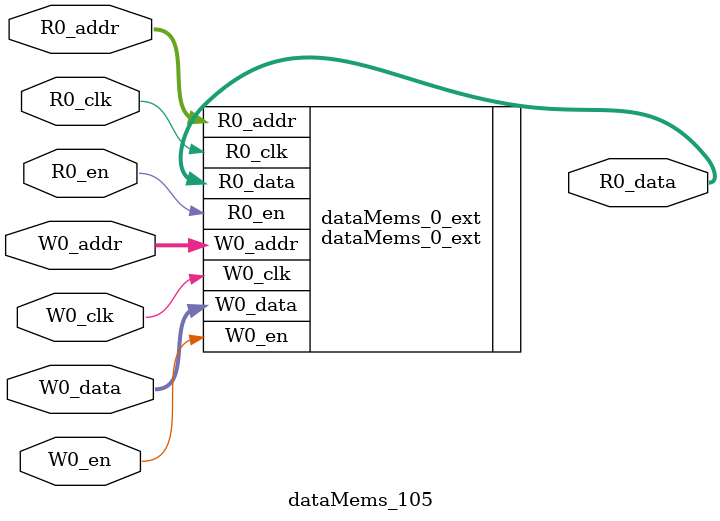
<source format=sv>
`ifndef RANDOMIZE
  `ifdef RANDOMIZE_REG_INIT
    `define RANDOMIZE
  `endif // RANDOMIZE_REG_INIT
`endif // not def RANDOMIZE
`ifndef RANDOMIZE
  `ifdef RANDOMIZE_MEM_INIT
    `define RANDOMIZE
  `endif // RANDOMIZE_MEM_INIT
`endif // not def RANDOMIZE

`ifndef RANDOM
  `define RANDOM $random
`endif // not def RANDOM

// Users can define 'PRINTF_COND' to add an extra gate to prints.
`ifndef PRINTF_COND_
  `ifdef PRINTF_COND
    `define PRINTF_COND_ (`PRINTF_COND)
  `else  // PRINTF_COND
    `define PRINTF_COND_ 1
  `endif // PRINTF_COND
`endif // not def PRINTF_COND_

// Users can define 'ASSERT_VERBOSE_COND' to add an extra gate to assert error printing.
`ifndef ASSERT_VERBOSE_COND_
  `ifdef ASSERT_VERBOSE_COND
    `define ASSERT_VERBOSE_COND_ (`ASSERT_VERBOSE_COND)
  `else  // ASSERT_VERBOSE_COND
    `define ASSERT_VERBOSE_COND_ 1
  `endif // ASSERT_VERBOSE_COND
`endif // not def ASSERT_VERBOSE_COND_

// Users can define 'STOP_COND' to add an extra gate to stop conditions.
`ifndef STOP_COND_
  `ifdef STOP_COND
    `define STOP_COND_ (`STOP_COND)
  `else  // STOP_COND
    `define STOP_COND_ 1
  `endif // STOP_COND
`endif // not def STOP_COND_

// Users can define INIT_RANDOM as general code that gets injected into the
// initializer block for modules with registers.
`ifndef INIT_RANDOM
  `define INIT_RANDOM
`endif // not def INIT_RANDOM

// If using random initialization, you can also define RANDOMIZE_DELAY to
// customize the delay used, otherwise 0.002 is used.
`ifndef RANDOMIZE_DELAY
  `define RANDOMIZE_DELAY 0.002
`endif // not def RANDOMIZE_DELAY

// Define INIT_RANDOM_PROLOG_ for use in our modules below.
`ifndef INIT_RANDOM_PROLOG_
  `ifdef RANDOMIZE
    `ifdef VERILATOR
      `define INIT_RANDOM_PROLOG_ `INIT_RANDOM
    `else  // VERILATOR
      `define INIT_RANDOM_PROLOG_ `INIT_RANDOM #`RANDOMIZE_DELAY begin end
    `endif // VERILATOR
  `else  // RANDOMIZE
    `define INIT_RANDOM_PROLOG_
  `endif // RANDOMIZE
`endif // not def INIT_RANDOM_PROLOG_

// Include register initializers in init blocks unless synthesis is set
`ifndef SYNTHESIS
  `ifndef ENABLE_INITIAL_REG_
    `define ENABLE_INITIAL_REG_
  `endif // not def ENABLE_INITIAL_REG_
`endif // not def SYNTHESIS

// Include rmemory initializers in init blocks unless synthesis is set
`ifndef SYNTHESIS
  `ifndef ENABLE_INITIAL_MEM_
    `define ENABLE_INITIAL_MEM_
  `endif // not def ENABLE_INITIAL_MEM_
`endif // not def SYNTHESIS

module dataMems_105(	// @[generators/ara/src/main/scala/UnsafeAXI4ToTL.scala:365:62]
  input  [4:0]   R0_addr,
  input          R0_en,
  input          R0_clk,
  output [258:0] R0_data,
  input  [4:0]   W0_addr,
  input          W0_en,
  input          W0_clk,
  input  [258:0] W0_data
);

  dataMems_0_ext dataMems_0_ext (	// @[generators/ara/src/main/scala/UnsafeAXI4ToTL.scala:365:62]
    .R0_addr (R0_addr),
    .R0_en   (R0_en),
    .R0_clk  (R0_clk),
    .R0_data (R0_data),
    .W0_addr (W0_addr),
    .W0_en   (W0_en),
    .W0_clk  (W0_clk),
    .W0_data (W0_data)
  );
endmodule


</source>
